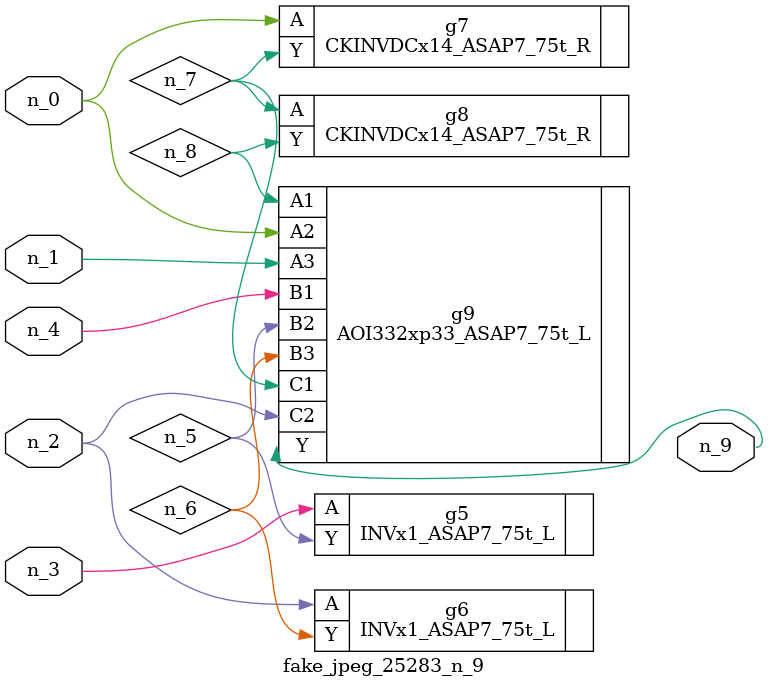
<source format=v>
module fake_jpeg_25283_n_9 (n_3, n_2, n_1, n_0, n_4, n_9);

input n_3;
input n_2;
input n_1;
input n_0;
input n_4;

output n_9;

wire n_8;
wire n_6;
wire n_5;
wire n_7;

INVx1_ASAP7_75t_L g5 ( 
.A(n_3),
.Y(n_5)
);

INVx1_ASAP7_75t_L g6 ( 
.A(n_2),
.Y(n_6)
);

CKINVDCx14_ASAP7_75t_R g7 ( 
.A(n_0),
.Y(n_7)
);

CKINVDCx14_ASAP7_75t_R g8 ( 
.A(n_7),
.Y(n_8)
);

AOI332xp33_ASAP7_75t_L g9 ( 
.A1(n_8),
.A2(n_0),
.A3(n_1),
.B1(n_4),
.B2(n_5),
.B3(n_6),
.C1(n_7),
.C2(n_2),
.Y(n_9)
);


endmodule
</source>
